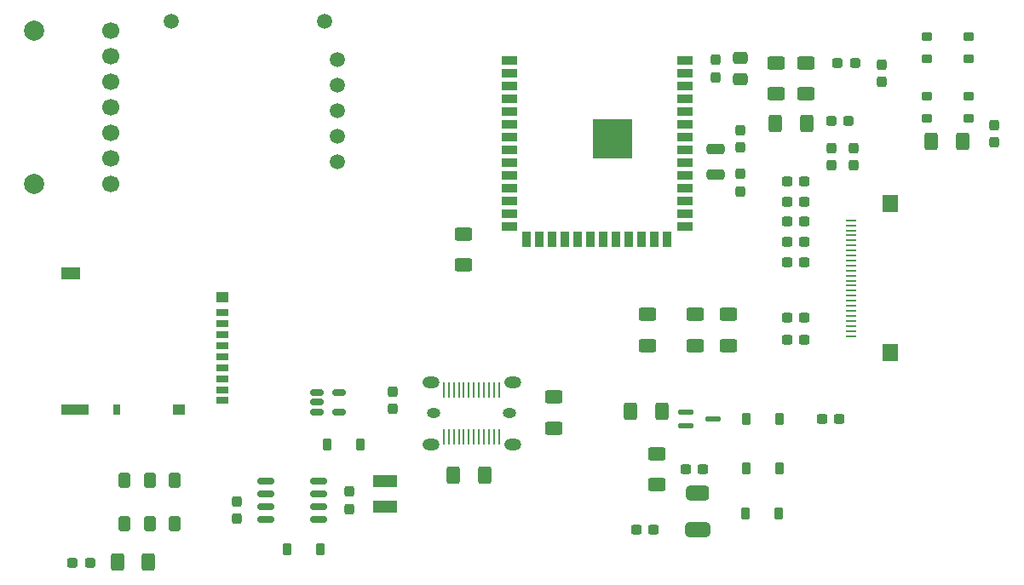
<source format=gbs>
%TF.GenerationSoftware,KiCad,Pcbnew,8.0.8*%
%TF.CreationDate,2025-02-02T16:15:29+09:00*%
%TF.ProjectId,PCB,5043422e-6b69-4636-9164-5f7063625858,rev?*%
%TF.SameCoordinates,Original*%
%TF.FileFunction,Soldermask,Bot*%
%TF.FilePolarity,Negative*%
%FSLAX46Y46*%
G04 Gerber Fmt 4.6, Leading zero omitted, Abs format (unit mm)*
G04 Created by KiCad (PCBNEW 8.0.8) date 2025-02-02 16:15:29*
%MOMM*%
%LPD*%
G01*
G04 APERTURE LIST*
G04 Aperture macros list*
%AMRoundRect*
0 Rectangle with rounded corners*
0 $1 Rounding radius*
0 $2 $3 $4 $5 $6 $7 $8 $9 X,Y pos of 4 corners*
0 Add a 4 corners polygon primitive as box body*
4,1,4,$2,$3,$4,$5,$6,$7,$8,$9,$2,$3,0*
0 Add four circle primitives for the rounded corners*
1,1,$1+$1,$2,$3*
1,1,$1+$1,$4,$5*
1,1,$1+$1,$6,$7*
1,1,$1+$1,$8,$9*
0 Add four rect primitives between the rounded corners*
20,1,$1+$1,$2,$3,$4,$5,0*
20,1,$1+$1,$4,$5,$6,$7,0*
20,1,$1+$1,$6,$7,$8,$9,0*
20,1,$1+$1,$8,$9,$2,$3,0*%
G04 Aperture macros list end*
%ADD10C,2.000000*%
%ADD11C,1.700000*%
%ADD12C,1.500000*%
%ADD13RoundRect,0.237500X0.300000X0.237500X-0.300000X0.237500X-0.300000X-0.237500X0.300000X-0.237500X0*%
%ADD14R,1.200000X0.700000*%
%ADD15R,0.800000X1.000000*%
%ADD16R,2.800000X1.000000*%
%ADD17R,1.200000X1.000000*%
%ADD18R,1.900000X1.300000*%
%ADD19RoundRect,0.300000X0.300000X0.450000X-0.300000X0.450000X-0.300000X-0.450000X0.300000X-0.450000X0*%
%ADD20RoundRect,0.237500X0.237500X-0.300000X0.237500X0.300000X-0.237500X0.300000X-0.237500X-0.300000X0*%
%ADD21RoundRect,0.250000X-0.400000X-0.625000X0.400000X-0.625000X0.400000X0.625000X-0.400000X0.625000X0*%
%ADD22RoundRect,0.237500X-0.237500X0.300000X-0.237500X-0.300000X0.237500X-0.300000X0.237500X0.300000X0*%
%ADD23RoundRect,0.225000X0.225000X0.375000X-0.225000X0.375000X-0.225000X-0.375000X0.225000X-0.375000X0*%
%ADD24RoundRect,0.225000X-0.225000X-0.375000X0.225000X-0.375000X0.225000X0.375000X-0.225000X0.375000X0*%
%ADD25RoundRect,0.250000X0.625000X-0.400000X0.625000X0.400000X-0.625000X0.400000X-0.625000X-0.400000X0*%
%ADD26C,1.400000*%
%ADD27R,3.900000X3.900000*%
%ADD28C,1.300000*%
%ADD29R,1.500000X0.900000*%
%ADD30R,0.900000X1.500000*%
%ADD31RoundRect,0.237500X-0.300000X-0.237500X0.300000X-0.237500X0.300000X0.237500X-0.300000X0.237500X0*%
%ADD32RoundRect,0.250000X-0.625000X0.400000X-0.625000X-0.400000X0.625000X-0.400000X0.625000X0.400000X0*%
%ADD33RoundRect,0.150000X-0.675000X-0.150000X0.675000X-0.150000X0.675000X0.150000X-0.675000X0.150000X0*%
%ADD34RoundRect,0.237500X-0.287500X-0.237500X0.287500X-0.237500X0.287500X0.237500X-0.287500X0.237500X0*%
%ADD35RoundRect,0.375000X0.875000X0.375000X-0.875000X0.375000X-0.875000X-0.375000X0.875000X-0.375000X0*%
%ADD36RoundRect,0.381000X0.762000X0.381000X-0.762000X0.381000X-0.762000X-0.381000X0.762000X-0.381000X0*%
%ADD37RoundRect,0.112500X0.637500X-0.112500X0.637500X0.112500X-0.637500X0.112500X-0.637500X-0.112500X0*%
%ADD38RoundRect,0.250000X0.400000X0.625000X-0.400000X0.625000X-0.400000X-0.625000X0.400000X-0.625000X0*%
%ADD39RoundRect,0.150000X-0.512500X-0.150000X0.512500X-0.150000X0.512500X0.150000X-0.512500X0.150000X0*%
%ADD40R,2.362200X1.269581*%
%ADD41RoundRect,0.062500X0.062500X0.737500X-0.062500X0.737500X-0.062500X-0.737500X0.062500X-0.737500X0*%
%ADD42O,1.700000X1.200000*%
%ADD43O,1.350000X0.950000*%
%ADD44RoundRect,0.200000X-0.350000X-0.200000X0.350000X-0.200000X0.350000X0.200000X-0.350000X0.200000X0*%
%ADD45RoundRect,0.250000X0.650000X-0.250000X0.650000X0.250000X-0.650000X0.250000X-0.650000X-0.250000X0*%
%ADD46RoundRect,0.237500X-0.237500X0.287500X-0.237500X-0.287500X0.237500X-0.287500X0.237500X0.287500X0*%
%ADD47RoundRect,0.237500X0.287500X0.237500X-0.287500X0.237500X-0.287500X-0.237500X0.287500X-0.237500X0*%
%ADD48RoundRect,0.250000X-0.475000X0.337500X-0.475000X-0.337500X0.475000X-0.337500X0.475000X0.337500X0*%
%ADD49R,1.100000X0.250000*%
%ADD50R,1.500000X1.700000*%
G04 APERTURE END LIST*
D10*
%TO.C,U1*%
X91825000Y-65500000D03*
X91825000Y-50260000D03*
D11*
X99445000Y-65500000D03*
X99445000Y-62960000D03*
X99445000Y-60420000D03*
X99445000Y-57880000D03*
X99445000Y-55340000D03*
X99445000Y-52800000D03*
X99445000Y-50260000D03*
%TD*%
D12*
%TO.C,U5*%
X105380000Y-49305000D03*
X120620000Y-49305000D03*
X121890000Y-53115000D03*
X121890000Y-55655000D03*
X121890000Y-58195000D03*
X121890000Y-60735000D03*
X121890000Y-63275000D03*
%TD*%
D13*
%TO.C,C19*%
X158250000Y-93850000D03*
X156525000Y-93850000D03*
%TD*%
D14*
%TO.C,J4*%
X110500000Y-78300000D03*
X110500000Y-79400000D03*
X110500000Y-80500000D03*
X110500000Y-81600000D03*
X110500000Y-82700000D03*
X110500000Y-83800000D03*
X110500000Y-84900000D03*
X110500000Y-86000000D03*
X110500000Y-86950000D03*
D15*
X100000000Y-87900000D03*
D16*
X95850000Y-87900000D03*
D17*
X106200000Y-87900000D03*
X110500000Y-76750000D03*
D18*
X95400000Y-74400000D03*
%TD*%
D19*
%TO.C,SW1*%
X105800000Y-94950000D03*
X103300000Y-94950000D03*
X100800000Y-94950000D03*
X100800000Y-99250000D03*
X103300000Y-99250000D03*
X105800000Y-99250000D03*
%TD*%
D20*
%TO.C,C2*%
X123100000Y-97800000D03*
X123100000Y-96075000D03*
%TD*%
%TO.C,C1*%
X111925000Y-98757500D03*
X111925000Y-97032500D03*
%TD*%
D21*
%TO.C,R4*%
X100050000Y-103100000D03*
X103150000Y-103100000D03*
%TD*%
D22*
%TO.C,C11*%
X127400000Y-87862500D03*
X127400000Y-86137500D03*
%TD*%
D23*
%TO.C,D8*%
X124250000Y-91400000D03*
X120950000Y-91400000D03*
%TD*%
%TO.C,D9*%
X165750000Y-98250000D03*
X162450000Y-98250000D03*
%TD*%
D24*
%TO.C,D3*%
X162550000Y-93750000D03*
X165850000Y-93750000D03*
%TD*%
D25*
%TO.C,R7*%
X157500000Y-81550000D03*
X157500000Y-78450000D03*
%TD*%
D22*
%TO.C,C17*%
X173250000Y-61887500D03*
X173250000Y-63612500D03*
%TD*%
D26*
%TO.C,U4*%
X148000000Y-62200000D03*
X148050000Y-59700000D03*
D27*
X149250000Y-60960000D03*
D28*
X149250000Y-61000000D03*
D26*
X150450000Y-59700000D03*
X150450000Y-62200000D03*
D29*
X139000000Y-53240000D03*
X139000000Y-54510000D03*
X139000000Y-55780000D03*
X139000000Y-57050000D03*
X139000000Y-58320000D03*
X139000000Y-59590000D03*
X139000000Y-60860000D03*
X139000000Y-62130000D03*
X139000000Y-63400000D03*
X139000000Y-64670000D03*
X139000000Y-65940000D03*
X139000000Y-67210000D03*
X139000000Y-68480000D03*
X139000000Y-69750000D03*
D30*
X140765000Y-71000000D03*
X142035000Y-71000000D03*
X143305000Y-71000000D03*
X144575000Y-71000000D03*
X145845000Y-71000000D03*
X147115000Y-71000000D03*
X148385000Y-71000000D03*
X149655000Y-71000000D03*
X150925000Y-71000000D03*
X152195000Y-71000000D03*
X153465000Y-71000000D03*
X154735000Y-71000000D03*
D29*
X156500000Y-69750000D03*
X156500000Y-68480000D03*
X156500000Y-67210000D03*
X156500000Y-65940000D03*
X156500000Y-64670000D03*
X156500000Y-63400000D03*
X156500000Y-62130000D03*
X156500000Y-60860000D03*
X156500000Y-59590000D03*
X156500000Y-58320000D03*
X156500000Y-57050000D03*
X156500000Y-55780000D03*
X156500000Y-54510000D03*
X156500000Y-53240000D03*
%TD*%
D31*
%TO.C,C15*%
X166637500Y-65250000D03*
X168362500Y-65250000D03*
%TD*%
D32*
%TO.C,R2*%
X143400000Y-86650000D03*
X143400000Y-89750000D03*
%TD*%
D25*
%TO.C,R6*%
X160750000Y-81550000D03*
X160750000Y-78450000D03*
%TD*%
D33*
%TO.C,U3*%
X114800000Y-98800000D03*
X114800000Y-97530000D03*
X114800000Y-96260000D03*
X114800000Y-94990000D03*
X120050000Y-94990000D03*
X120050000Y-96260000D03*
X120050000Y-97530000D03*
X120050000Y-98800000D03*
%TD*%
D34*
%TO.C,D1*%
X95625000Y-103200000D03*
X97375000Y-103200000D03*
%TD*%
D13*
%TO.C,C20*%
X171812500Y-88850000D03*
X170087500Y-88850000D03*
%TD*%
D22*
%TO.C,C16*%
X171000000Y-61887500D03*
X171000000Y-63612500D03*
%TD*%
D35*
%TO.C,L1*%
X157750000Y-99900000D03*
D36*
X157750000Y-96200000D03*
%TD*%
D37*
%TO.C,Q2*%
X156582500Y-89500000D03*
X156582500Y-88200000D03*
X159242500Y-88850000D03*
%TD*%
D32*
%TO.C,R5*%
X153650000Y-92300000D03*
X153650000Y-95400000D03*
%TD*%
D38*
%TO.C,R1*%
X136550000Y-94400000D03*
X133450000Y-94400000D03*
%TD*%
D23*
%TO.C,D2*%
X165900000Y-88850000D03*
X162600000Y-88850000D03*
%TD*%
D39*
%TO.C,U7*%
X122137500Y-88150000D03*
X122137500Y-86250000D03*
X119862500Y-86250000D03*
X119862500Y-87200000D03*
X119862500Y-88150000D03*
%TD*%
D38*
%TO.C,R3*%
X154150000Y-88050000D03*
X151050000Y-88050000D03*
%TD*%
D40*
%TO.C,C12*%
X126700000Y-97595610D03*
X126700000Y-95004390D03*
%TD*%
D31*
%TO.C,C18*%
X151625000Y-99850000D03*
X153350000Y-99850000D03*
%TD*%
D41*
%TO.C,J1*%
X138000000Y-90600000D03*
X137500000Y-90600000D03*
X137000000Y-90600000D03*
X136500000Y-90600000D03*
X136000000Y-90600000D03*
X135500000Y-90600000D03*
X135000000Y-90600000D03*
X134500000Y-90600000D03*
X134000000Y-90600000D03*
X133500000Y-90600000D03*
X133000000Y-90600000D03*
X132500000Y-90600000D03*
X132500000Y-86000000D03*
X133000000Y-86000000D03*
X133500000Y-86000000D03*
X134000000Y-86000000D03*
X134500000Y-86000000D03*
X135000000Y-86000000D03*
X135500000Y-86000000D03*
X136000000Y-86000000D03*
X136500000Y-86000000D03*
X137000000Y-86000000D03*
X137500000Y-86000000D03*
X138000000Y-86000000D03*
D42*
X131240000Y-85230000D03*
X131240000Y-91370000D03*
D43*
X131475000Y-88300000D03*
X139025000Y-88300000D03*
D42*
X139350000Y-85230000D03*
X139350000Y-91370000D03*
%TD*%
D23*
%TO.C,D7*%
X120200000Y-101800000D03*
X116900000Y-101800000D03*
%TD*%
D20*
%TO.C,C6*%
X176000000Y-55362500D03*
X176000000Y-53637500D03*
%TD*%
D31*
%TO.C,C10*%
X166637500Y-71250000D03*
X168362500Y-71250000D03*
%TD*%
D38*
%TO.C,R15*%
X168550000Y-59500000D03*
X165450000Y-59500000D03*
%TD*%
D32*
%TO.C,R14*%
X168500000Y-53450000D03*
X168500000Y-56550000D03*
%TD*%
D31*
%TO.C,C22*%
X166637500Y-69250000D03*
X168362500Y-69250000D03*
%TD*%
D44*
%TO.C,SW2*%
X180500000Y-53000000D03*
X184700000Y-53000000D03*
X180500000Y-50800000D03*
X184700000Y-50800000D03*
%TD*%
D25*
%TO.C,R9*%
X165500000Y-56550000D03*
X165500000Y-53450000D03*
%TD*%
D44*
%TO.C,SW3*%
X180500000Y-59000000D03*
X184700000Y-59000000D03*
X180500000Y-56800000D03*
X184700000Y-56800000D03*
%TD*%
D45*
%TO.C,Y1*%
X159500000Y-64512500D03*
X159500000Y-62012500D03*
%TD*%
D22*
%TO.C,C8*%
X162000000Y-64500000D03*
X162000000Y-66225000D03*
%TD*%
D46*
%TO.C,D4*%
X187250000Y-59625000D03*
X187250000Y-61375000D03*
%TD*%
D38*
%TO.C,R13*%
X184050000Y-61250000D03*
X180950000Y-61250000D03*
%TD*%
D20*
%TO.C,C7*%
X162000000Y-61862500D03*
X162000000Y-60137500D03*
%TD*%
D25*
%TO.C,R11*%
X152750000Y-81550000D03*
X152750000Y-78450000D03*
%TD*%
D31*
%TO.C,C21*%
X166637500Y-81000000D03*
X168362500Y-81000000D03*
%TD*%
D32*
%TO.C,R10*%
X134500000Y-70450000D03*
X134500000Y-73550000D03*
%TD*%
D47*
%TO.C,D6*%
X172750000Y-59250000D03*
X171000000Y-59250000D03*
%TD*%
D31*
%TO.C,C3*%
X166637500Y-78750000D03*
X168362500Y-78750000D03*
%TD*%
%TO.C,C9*%
X166637500Y-73250000D03*
X168362500Y-73250000D03*
%TD*%
%TO.C,C13*%
X166637500Y-67250000D03*
X168362500Y-67250000D03*
%TD*%
D48*
%TO.C,C4*%
X162000000Y-52962500D03*
X162000000Y-55037500D03*
%TD*%
D22*
%TO.C,C5*%
X159500000Y-53137500D03*
X159500000Y-54862500D03*
%TD*%
D47*
%TO.C,D5*%
X173375000Y-53500000D03*
X171625000Y-53500000D03*
%TD*%
D49*
%TO.C,U2*%
X173000000Y-69099997D03*
X173000000Y-69599999D03*
X173000000Y-70099998D03*
X173000000Y-70600000D03*
X173000000Y-71099999D03*
X173000000Y-71599998D03*
X173000000Y-72099999D03*
X173000000Y-72599998D03*
X173000000Y-73100000D03*
X173000000Y-73599999D03*
X173000000Y-74099998D03*
X173000000Y-74599999D03*
X173000000Y-75099998D03*
X173000000Y-75600000D03*
X173000000Y-76099999D03*
X173000000Y-76599998D03*
X173000000Y-77099999D03*
X173000000Y-77599998D03*
X173000000Y-78100000D03*
X173000000Y-78599999D03*
X173000000Y-79099998D03*
X173000000Y-79599999D03*
X173000000Y-80099998D03*
X173000000Y-80600000D03*
D50*
X176900000Y-67449998D03*
X176900000Y-82249999D03*
%TD*%
M02*

</source>
